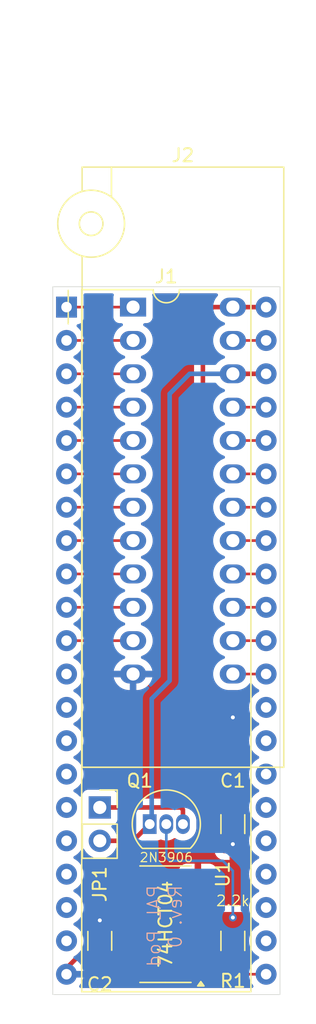
<source format=kicad_pcb>
(kicad_pcb (version 20240108) (generator "pcbnew") (generator_version "8.0")
  (layers (0 "F.Cu" signal) (31 "B.Cu" signal) (34 "B.Paste" user) (35 "F.Paste" user) (36 "B.SilkS" user "B.Silkscreen") (37 "F.SilkS" user "F.Silkscreen") (38 "B.Mask" user) (39 "F.Mask" user) (44 "Edge.Cuts" user))
  (net 0 "")
  (net 1 "GND")
  (net 2 "VCC")
  (net 3 "/ZIF_16")
  (net 4 "/ZIF_36")
  (net 5 "/ZIF_38")
  (net 6 "/ZIF_7")
  (net 7 "/ZIF_29")
  (net 8 "/ZIF_4")
  (net 9 "/ZIF_41")
  (net 10 "/ZIF_2")
  (net 11 "/ZIF_1")
  (net 12 "/ZIF_32")
  (net 13 "/ZIF_25")
  (net 14 "/ZIF_27")
  (net 15 "/ZIF_33")
  (net 16 "/ZIF_24")
  (net 17 "/ZIF_39")
  (net 18 "/ZIF_17")
  (net 19 "/ZIF_37")
  (net 20 "/ZIF_11")
  (net 21 "/ZIF_18")
  (net 22 "/ZIF_28")
  (net 23 "/ZIF_15")
  (net 24 "/ZIF_31")
  (net 25 "/ZIF_23")
  (net 26 "/ZIF_30")
  (net 27 "/ZIF_6")
  (net 28 "/ZIF_34")
  (net 29 "/ZIF_14")
  (net 30 "/ZIF_40")
  (net 31 "/ZIF_35")
  (net 32 "/ZIF_19")
  (net 33 "/ZIF_5")
  (net 34 "/ZIF_12")
  (net 35 "/ZIF_9")
  (net 36 "/ZIF_26")
  (net 37 "/ZIF_20")
  (net 38 "/ZIF_8")
  (net 39 "/ZIF_10")
  (net 40 "/ZIF_22")
  (net 41 "/ZIF_3")
  (net 42 "/ZIF_13")
  (net 43 "Net-(Q1-B)")
  (net 44 "Net-(R1-Pad1)")
  (footprint "Resistor_SMD:R_1206_3216Metric_Pad1.30x1.75mm_HandSolder" (layer "F.Cu") (at 128.27 96.52 90)
    (property "Reference" "R1" (at -3.048 0 180) (layer "F.SilkS"))
    (property "Value" "2.2k" (at 3.048 0 180) (layer "F.SilkS") (effects (font (size 0.8 0.8) (thickness 0.1))))
    (fp_line (start -0.727064 -0.91) (end 0.727064 -0.91) (stroke (width 0.12)) (layer "F.SilkS"))
    (fp_line (start -0.727064 0.91) (end 0.727064 0.91) (stroke (width 0.12)) (layer "F.SilkS"))
    (pad "1" smd roundrect (at -1.55 0 90) (size 1.3 1.75) (layers "F.Cu" "F.Paste" "F.Mask") (roundrect_rratio 0.192308) (net 44 "Net-(R1-Pad1)"))
    (pad "2" smd roundrect (at 1.55 0 90) (size 1.3 1.75) (layers "F.Cu" "F.Paste" "F.Mask") (roundrect_rratio 0.192308) (net 43 "Net-(Q1-B)"))
  )
  (footprint "Package_DIP:DIP-42_W15.24mm" (layer "F.Cu") (at 115.57 48.26)
    (property "Reference" "J1" (at 7.62 -2.33 0) (layer "F.SilkS"))
    (property "Value" "dupico")
    (fp_line (start 1.16 -1.33) (end 1.16 52.13) (stroke (width 0.12)) (layer "F.SilkS"))
    (fp_line (start 1.16 52.13) (end 14.08 52.13) (stroke (width 0.12)) (layer "F.SilkS"))
    (fp_line (start 6.62 -1.33) (end 1.16 -1.33) (stroke (width 0.12)) (layer "F.SilkS"))
    (fp_line (start 14.08 -1.33) (end 8.62 -1.33) (stroke (width 0.12)) (layer "F.SilkS"))
    (fp_line (start 14.08 52.13) (end 14.08 -1.33) (stroke (width 0.12)) (layer "F.SilkS"))
    (fp_arc (start 8.62 -1.33) (mid 7.62 -0.33) (end 6.62 -1.33) (stroke (width 0.12)) (layer "F.SilkS"))
    (pad "1" thru_hole rect (at 0 0) (size 1.6 1.6) (drill 0.8) (layers "*.Cu" "*.Mask") (net 11 "/ZIF_1"))
    (pad "2" thru_hole oval (at 0 2.54) (size 1.6 1.6) (drill 0.8) (layers "*.Cu" "*.Mask") (net 10 "/ZIF_2"))
    (pad "3" thru_hole oval (at 0 5.08) (size 1.6 1.6) (drill 0.8) (layers "*.Cu" "*.Mask") (net 41 "/ZIF_3"))
    (pad "4" thru_hole oval (at 0 7.62) (size 1.6 1.6) (drill 0.8) (layers "*.Cu" "*.Mask") (net 8 "/ZIF_4"))
    (pad "5" thru_hole oval (at 0 10.16) (size 1.6 1.6) (drill 0.8) (layers "*.Cu" "*.Mask") (net 33 "/ZIF_5"))
    (pad "6" thru_hole oval (at 0 12.7) (size 1.6 1.6) (drill 0.8) (layers "*.Cu" "*.Mask") (net 27 "/ZIF_6"))
    (pad "7" thru_hole oval (at 0 15.24) (size 1.6 1.6) (drill 0.8) (layers "*.Cu" "*.Mask") (net 6 "/ZIF_7"))
    (pad "8" thru_hole oval (at 0 17.78) (size 1.6 1.6) (drill 0.8) (layers "*.Cu" "*.Mask") (net 38 "/ZIF_8"))
    (pad "9" thru_hole oval (at 0 20.32) (size 1.6 1.6) (drill 0.8) (layers "*.Cu" "*.Mask") (net 35 "/ZIF_9"))
    (pad "10" thru_hole oval (at 0 22.86) (size 1.6 1.6) (drill 0.8) (layers "*.Cu" "*.Mask") (net 39 "/ZIF_10"))
    (pad "11" thru_hole oval (at 0 25.4) (size 1.6 1.6) (drill 0.8) (layers "*.Cu" "*.Mask") (net 20 "/ZIF_11"))
    (pad "12" thru_hole oval (at 0 27.94) (size 1.6 1.6) (drill 0.8) (layers "*.Cu" "*.Mask") (net 34 "/ZIF_12"))
    (pad "13" thru_hole oval (at 0 30.48) (size 1.6 1.6) (drill 0.8) (layers "*.Cu" "*.Mask") (net 42 "/ZIF_13"))
    (pad "14" thru_hole oval (at 0 33.02) (size 1.6 1.6) (drill 0.8) (layers "*.Cu" "*.Mask") (net 29 "/ZIF_14"))
    (pad "15" thru_hole oval (at 0 35.56) (size 1.6 1.6) (drill 0.8) (layers "*.Cu" "*.Mask") (net 23 "/ZIF_15"))
    (pad "16" thru_hole oval (at 0 38.1) (size 1.6 1.6) (drill 0.8) (layers "*.Cu" "*.Mask") (net 3 "/ZIF_16"))
    (pad "17" thru_hole oval (at 0 40.64) (size 1.6 1.6) (drill 0.8) (layers "*.Cu" "*.Mask") (net 18 "/ZIF_17"))
    (pad "18" thru_hole oval (at 0 43.18) (size 1.6 1.6) (drill 0.8) (layers "*.Cu" "*.Mask") (net 21 "/ZIF_18"))
    (pad "19" thru_hole oval (at 0 45.72) (size 1.6 1.6) (drill 0.8) (layers "*.Cu" "*.Mask") (net 32 "/ZIF_19"))
    (pad "20" thru_hole oval (at 0 48.26) (size 1.6 1.6) (drill 0.8) (layers "*.Cu" "*.Mask") (net 37 "/ZIF_20"))
    (pad "21" thru_hole oval (at 0 50.8) (size 1.6 1.6) (drill 0.8) (layers "*.Cu" "*.Mask") (net 1 "GND"))
    (pad "22" thru_hole oval (at 15.24 50.8) (size 1.6 1.6) (drill 0.8) (layers "*.Cu" "*.Mask") (net 40 "/ZIF_22"))
    (pad "23" thru_hole oval (at 15.24 48.26) (size 1.6 1.6) (drill 0.8) (layers "*.Cu" "*.Mask") (net 25 "/ZIF_23"))
    (pad "24" thru_hole oval (at 15.24 45.72) (size 1.6 1.6) (drill 0.8) (layers "*.Cu" "*.Mask") (net 16 "/ZIF_24"))
    (pad "25" thru_hole oval (at 15.24 43.18) (size 1.6 1.6) (drill 0.8) (layers "*.Cu" "*.Mask") (net 13 "/ZIF_25"))
    (pad "26" thru_hole oval (at 15.24 40.64) (size 1.6 1.6) (drill 0.8) (layers "*.Cu" "*.Mask") (net 36 "/ZIF_26"))
    (pad "27" thru_hole oval (at 15.24 38.1) (size 1.6 1.6) (drill 0.8) (layers "*.Cu" "*.Mask") (net 14 "/ZIF_27"))
    (pad "28" thru_hole oval (at 15.24 35.56) (size 1.6 1.6) (drill 0.8) (layers "*.Cu" "*.Mask") (net 22 "/ZIF_28"))
    (pad "29" thru_hole oval (at 15.24 33.02) (size 1.6 1.6) (drill 0.8) (layers "*.Cu" "*.Mask") (net 7 "/ZIF_29"))
    (pad "30" thru_hole oval (at 15.24 30.48) (size 1.6 1.6) (drill 0.8) (layers "*.Cu" "*.Mask") (net 26 "/ZIF_30"))
    (pad "31" thru_hole oval (at 15.24 27.94) (size 1.6 1.6) (drill 0.8) (layers "*.Cu" "*.Mask") (net 24 "/ZIF_31"))
    (pad "32" thru_hole oval (at 15.24 25.4) (size 1.6 1.6) (drill 0.8) (layers "*.Cu" "*.Mask") (net 12 "/ZIF_32"))
    (pad "33" thru_hole oval (at 15.24 22.86) (size 1.6 1.6) (drill 0.8) (layers "*.Cu" "*.Mask") (net 15 "/ZIF_33"))
    (pad "34" thru_hole oval (at 15.24 20.32) (size 1.6 1.6) (drill 0.8) (layers "*.Cu" "*.Mask") (net 28 "/ZIF_34"))
    (pad "35" thru_hole oval (at 15.24 17.78) (size 1.6 1.6) (drill 0.8) (layers "*.Cu" "*.Mask") (net 31 "/ZIF_35"))
    (pad "36" thru_hole oval (at 15.24 15.24) (size 1.6 1.6) (drill 0.8) (layers "*.Cu" "*.Mask") (net 4 "/ZIF_36"))
    (pad "37" thru_hole oval (at 15.24 12.7) (size 1.6 1.6) (drill 0.8) (layers "*.Cu" "*.Mask") (net 19 "/ZIF_37"))
    (pad "38" thru_hole oval (at 15.24 10.16) (size 1.6 1.6) (drill 0.8) (layers "*.Cu" "*.Mask") (net 5 "/ZIF_38"))
    (pad "39" thru_hole oval (at 15.24 7.62) (size 1.6 1.6) (drill 0.8) (layers "*.Cu" "*.Mask") (net 17 "/ZIF_39"))
    (pad "40" thru_hole oval (at 15.24 5.08) (size 1.6 1.6) (drill 0.8) (layers "*.Cu" "*.Mask") (net 30 "/ZIF_40"))
    (pad "41" thru_hole oval (at 15.24 2.54) (size 1.6 1.6) (drill 0.8) (layers "*.Cu" "*.Mask") (net 9 "/ZIF_41"))
    (pad "42" thru_hole oval (at 15.24 0) (size 1.6 1.6) (drill 0.8) (layers "*.Cu" "*.Mask") (net 2 "VCC"))
  )
  (footprint "Socket:DIP_Socket-24_W4.3_W5.08_W7.62_W10.16_W10.9_3M_224-5248-00-0602J" (layer "F.Cu") (at 120.65 48.26)
    (property "Reference" "J2" (at 3.81 -11.56 0) (layer "F.SilkS"))
    (property "Value" "GAL")
    (fp_line (start -4.95 1.27) (end -4.95 -1.27) (stroke (width 0.12)) (layer "F.SilkS"))
    (fp_line (start -3.89 -10.66) (end -3.89 -8.8) (stroke (width 0.12)) (layer "F.SilkS"))
    (fp_line (start -3.89 -3.9) (end -3.89 35.04) (stroke (width 0.12)) (layer "F.SilkS"))
    (fp_line (start -3.89 35.04) (end 11.51 35.04) (stroke (width 0.12)) (layer "F.SilkS"))
    (fp_line (start -1.65 -10.66) (end -1.65 -8.4) (stroke (width 0.12)) (layer "F.SilkS"))
    (fp_line (start 11.51 -10.66) (end -3.89 -10.66) (stroke (width 0.12)) (layer "F.SilkS"))
    (fp_line (start 11.51 35.04) (end 11.51 -10.66) (stroke (width 0.12)) (layer "F.SilkS"))
    (fp_circle (center -3.2 -6.35) (end -2.3 -6.35) (stroke (width 0.12)) (fill none) (layer "F.SilkS"))
    (fp_circle (center -3.2 -6.35) (end -0.65 -6.35) (stroke (width 0.12)) (fill none) (layer "F.SilkS"))
    (pad "1" thru_hole rect (at 0 0) (size 2 1.44) (drill 1) (layers "*.Cu" "*.Mask") (net 11 "/ZIF_1"))
    (pad "2" thru_hole oval (at 0 2.54) (size 2 1.44) (drill 1) (layers "*.Cu" "*.Mask") (net 10 "/ZIF_2"))
    (pad "3" thru_hole oval (at 0 5.08) (size 2 1.44) (drill 1) (layers "*.Cu" "*.Mask") (net 41 "/ZIF_3"))
    (pad "4" thru_hole oval (at 0 7.62) (size 2 1.44) (drill 1) (layers "*.Cu" "*.Mask") (net 8 "/ZIF_4"))
    (pad "5" thru_hole oval (at 0 10.16) (size 2 1.44) (drill 1) (layers "*.Cu" "*.Mask") (net 33 "/ZIF_5"))
    (pad "6" thru_hole oval (at 0 12.7) (size 2 1.44) (drill 1) (layers "*.Cu" "*.Mask") (net 27 "/ZIF_6"))
    (pad "7" thru_hole oval (at 0 15.24) (size 2 1.44) (drill 1) (layers "*.Cu" "*.Mask") (net 6 "/ZIF_7"))
    (pad "8" thru_hole oval (at 0 17.78) (size 2 1.44) (drill 1) (layers "*.Cu" "*.Mask") (net 38 "/ZIF_8"))
    (pad "9" thru_hole oval (at 0 20.32) (size 2 1.44) (drill 1) (layers "*.Cu" "*.Mask") (net 35 "/ZIF_9"))
    (pad "10" thru_hole oval (at 0 22.86) (size 2 1.44) (drill 1) (layers "*.Cu" "*.Mask") (net 39 "/ZIF_10"))
    (pad "11" thru_hole oval (at 0 25.4) (size 2 1.44) (drill 1) (layers "*.Cu" "*.Mask") (net 20 "/ZIF_11"))
    (pad "12" thru_hole oval (at 0 27.94) (size 2 1.44) (drill 1) (layers "*.Cu" "*.Mask") (net 1 "GND"))
    (pad "13" thru_hole oval (at 7.62 27.94) (size 2 1.44) (drill 1) (layers "*.Cu" "*.Mask") (net 24 "/ZIF_31"))
    (pad "14" thru_hole oval (at 7.62 25.4) (size 2 1.44) (drill 1) (layers "*.Cu" "*.Mask") (net 12 "/ZIF_32"))
    (pad "15" thru_hole oval (at 7.62 22.86) (size 2 1.44) (drill 1) (layers "*.Cu" "*.Mask") (net 15 "/ZIF_33"))
    (pad "16" thru_hole oval (at 7.62 20.32) (size 2 1.44) (drill 1) (layers "*.Cu" "*.Mask") (net 28 "/ZIF_34"))
    (pad "17" thru_hole oval (at 7.62 17.78) (size 2 1.44) (drill 1) (layers "*.Cu" "*.Mask") (net 31 "/ZIF_35"))
    (pad "18" thru_hole oval (at 7.62 15.24) (size 2 1.44) (drill 1) (layers "*.Cu" "*.Mask") (net 4 "/ZIF_36"))
    (pad "19" thru_hole oval (at 7.62 12.7) (size 2 1.44) (drill 1) (layers "*.Cu" "*.Mask") (net 19 "/ZIF_37"))
    (pad "20" thru_hole oval (at 7.62 10.16) (size 2 1.44) (drill 1) (layers "*.Cu" "*.Mask") (net 5 "/ZIF_38"))
    (pad "21" thru_hole oval (at 7.62 7.62) (size 2 1.44) (drill 1) (layers "*.Cu" "*.Mask") (net 17 "/ZIF_39"))
    (pad "22" thru_hole oval (at 7.62 5.08) (size 2 1.44) (drill 1) (layers "*.Cu" "*.Mask") (net 30 "/ZIF_40"))
    (pad "23" thru_hole oval (at 7.62 2.54) (size 2 1.44) (drill 1) (layers "*.Cu" "*.Mask") (net 9 "/ZIF_41"))
    (pad "24" thru_hole oval (at 7.62 0) (size 2 1.44) (drill 1) (layers "*.Cu" "*.Mask") (net 2 "VCC"))
  )
  (footprint "Package_TO_SOT_THT:TO-92_Inline" (layer "F.Cu") (at 121.92 87.63)
    (property "Reference" "Q1" (at -0.762 -3.302 0) (layer "F.SilkS"))
    (property "Value" "2N3906" (at 1.27 2.54 0) (layer "F.SilkS") (effects (font (size 0.7 0.7) (thickness 0.09))))
    (fp_line (start -0.53 1.85) (end 3.07 1.85) (stroke (width 0.12)) (layer "F.SilkS"))
    (fp_arc (start -0.568478 1.838478) (mid -1.132087 -0.994977) (end 1.27 -2.6) (stroke (width 0.12)) (layer "F.SilkS"))
    (fp_arc (start 1.27 -2.6) (mid 3.672087 -0.994977) (end 3.108478 1.838478) (stroke (width 0.12)) (layer "F.SilkS"))
    (pad "1" thru_hole rect (at 0 0) (size 1.05 1.5) (drill 0.75) (layers "*.Cu" "*.Mask") (net 30 "/ZIF_40"))
    (pad "2" thru_hole oval (at 1.27 0) (size 1.05 1.5) (drill 0.75) (layers "*.Cu" "*.Mask") (net 43 "Net-(Q1-B)"))
    (pad "3" thru_hole oval (at 2.54 0) (size 1.05 1.5) (drill 0.75) (layers "*.Cu" "*.Mask") (net 2 "VCC"))
  )
  (footprint "Package_SO:SO-14_3.9x8.65mm_P1.27mm" (layer "F.Cu") (at 123.125 95.25 180)
    (property "Reference" "U1" (at -4.383 3.81 90) (layer "F.SilkS"))
    (property "Value" "74HCT04" (at 0 0 90) (layer "F.SilkS"))
    (fp_line (start 0 4.435) (end 1.95 4.435) (stroke (width 0.12)) (layer "F.SilkS"))
    (fp_line (start 0 4.435) (end -1.95 4.435) (stroke (width 0.12)) (layer "F.SilkS"))
    (fp_line (start 0 -4.435) (end 1.95 -4.435) (stroke (width 0.12)) (layer "F.SilkS"))
    (fp_line (start 0 -4.435) (end -1.95 -4.435) (stroke (width 0.12)) (layer "F.SilkS"))
    (fp_poly (pts (xy -2.7 -4.37) (xy -2.94 -4.7) (xy -2.46 -4.7) (xy -2.7 -4.37)) (stroke (width 0.12)) (fill solid) (layer "F.SilkS"))
    (pad "1" smd roundrect (at -2.475 -3.81 180) (size 1.95 0.6) (layers "F.Cu" "F.Paste" "F.Mask") (net 40 "/ZIF_22"))
    (pad "2" smd roundrect (at -2.475 -2.54 180) (size 1.95 0.6) (layers "F.Cu" "F.Paste" "F.Mask") (net 44 "Net-(R1-Pad1)"))
    (pad "3" smd roundrect (at -2.475 -1.27 180) (size 1.95 0.6) (layers "F.Cu" "F.Paste" "F.Mask") (net 1 "GND"))
    (pad "4" smd roundrect (at -2.475 0 180) (size 1.95 0.6) (layers "F.Cu" "F.Paste" "F.Mask"))
    (pad "5" smd roundrect (at -2.475 1.27 180) (size 1.95 0.6) (layers "F.Cu" "F.Paste" "F.Mask") (net 1 "GND"))
    (pad "6" smd roundrect (at -2.475 2.54 180) (size 1.95 0.6) (layers "F.Cu" "F.Paste" "F.Mask"))
    (pad "7" smd roundrect (at -2.475 3.81 180) (size 1.95 0.6) (layers "F.Cu" "F.Paste" "F.Mask") (net 1 "GND"))
    (pad "8" smd roundrect (at 2.475 3.81 180) (size 1.95 0.6) (layers "F.Cu" "F.Paste" "F.Mask"))
    (pad "9" smd roundrect (at 2.475 2.54 180) (size 1.95 0.6) (layers "F.Cu" "F.Paste" "F.Mask") (net 1 "GND"))
    (pad "10" smd roundrect (at 2.475 1.27 180) (size 1.95 0.6) (layers "F.Cu" "F.Paste" "F.Mask"))
    (pad "11" smd roundrect (at 2.475 0 180) (size 1.95 0.6) (layers "F.Cu" "F.Paste" "F.Mask") (net 1 "GND"))
    (pad "12" smd roundrect (at 2.475 -1.27 180) (size 1.95 0.6) (layers "F.Cu" "F.Paste" "F.Mask"))
    (pad "13" smd roundrect (at 2.475 -2.54 180) (size 1.95 0.6) (layers "F.Cu" "F.Paste" "F.Mask") (net 1 "GND"))
    (pad "14" smd roundrect (at 2.475 -3.81 180) (size 1.95 0.6) (layers "F.Cu" "F.Paste" "F.Mask") (net 2 "VCC"))
  )
  (footprint "Capacitor_SMD:C_1206_3216Metric_Pad1.33x1.80mm_HandSolder" (layer "F.Cu") (at 118.11 96.52 90)
    (property "Reference" "C2" (at -3.302 0 180) (layer "F.SilkS"))
    (property "Value" "100nF")
    (fp_line (start -0.711252 -0.91) (end 0.711252 -0.91) (stroke (width 0.12)) (layer "F.SilkS"))
    (fp_line (start -0.711252 0.91) (end 0.711252 0.91) (stroke (width 0.12)) (layer "F.SilkS"))
    (pad "1" smd roundrect (at -1.5625 0 90) (size 1.325 1.8) (layers "F.Cu" "F.Paste" "F.Mask") (roundrect_rratio 0.188679) (net 2 "VCC"))
    (pad "2" smd roundrect (at 1.5625 0 90) (size 1.325 1.8) (layers "F.Cu" "F.Paste" "F.Mask") (roundrect_rratio 0.188679) (net 1 "GND"))
  )
  (footprint "Capacitor_SMD:C_1206_3216Metric_Pad1.33x1.80mm_HandSolder" (layer "F.Cu") (at 128.27 87.63 -90)
    (property "Reference" "C1" (at -3.302 0 180) (layer "F.SilkS"))
    (property "Value" "100nF")
    (fp_line (start -0.711252 0.91) (end 0.711252 0.91) (stroke (width 0.12)) (layer "F.SilkS"))
    (fp_line (start -0.711252 -0.91) (end 0.711252 -0.91) (stroke (width 0.12)) (layer "F.SilkS"))
    (pad "1" smd roundrect (at -1.5625 0 270) (size 1.325 1.8) (layers "F.Cu" "F.Paste" "F.Mask") (roundrect_rratio 0.188679) (net 2 "VCC"))
    (pad "2" smd roundrect (at 1.5625 0 270) (size 1.325 1.8) (layers "F.Cu" "F.Paste" "F.Mask") (roundrect_rratio 0.188679) (net 1 "GND"))
  )
  (footprint "Connector_PinSocket_2.54mm:PinSocket_1x02_P2.54mm_Vertical" (layer "F.Cu") (at 118.11 86.36)
    (property "Reference" "JP1" (at 0 5.842 90) (layer "F.SilkS"))
    (property "Value" "Force VCC")
    (fp_line (start -1.33 1.27) (end -1.33 3.87) (stroke (width 0.12)) (layer "F.SilkS"))
    (fp_line (start -1.33 1.27) (end 1.33 1.27) (stroke (width 0.12)) (layer "F.SilkS"))
    (fp_line (start -1.33 3.87) (end 1.33 3.87) (stroke (width 0.12)) (layer "F.SilkS"))
    (fp_line (start 0 -1.33) (end 1.33 -1.33) (stroke (width 0.12)) (layer "F.SilkS"))
    (fp_line (start 1.33 -1.33) (end 1.33 0) (stroke (width 0.12)) (layer "F.SilkS"))
    (fp_line (start 1.33 1.27) (end 1.33 3.87) (stroke (width 0.12)) (layer "F.SilkS"))
    (pad "1" thru_hole rect (at 0 0) (size 1.7 1.7) (drill 1) (layers "*.Cu" "*.Mask") (net 2 "VCC"))
    (pad "2" thru_hole oval (at 0 2.54) (size 1.7 1.7) (drill 1) (layers "*.Cu" "*.Mask") (net 30 "/ZIF_40"))
  )
  (gr_line (start 114.52 46.71) (end 114.52 100.61) (stroke (width 0.05)) (layer "Edge.Cuts"))
  (gr_line (start 131.87 100.61) (end 114.52 100.61) (stroke (width 0.05)) (layer "Edge.Cuts"))
  (gr_line (start 131.87 100.61) (end 131.87 46.71) (stroke (width 0.05)) (layer "Edge.Cuts"))
  (gr_line (start 114.52 46.71) (end 131.87 46.71) (stroke (width 0.05)) (layer "Edge.Cuts"))
  (gr_text "PAL Pod\nRev. 0" (at 124.46 92.202 90) (layer "B.SilkS") (effects (font (size 1 1) (thickness 0.1)) (justify left bottom mirror)))
  (segment (start 128.27 90.424) (end 127.254 91.44) (width 0.35) (layer "F.Cu") (net 1))
  (segment (start 118.11 94.9575) (end 118.11 96.058478) (width 0.35) (layer "F.Cu") (net 1))
  (segment (start 118.4025 95.25) (end 118.11 94.9575) (width 0.35) (layer "F.Cu") (net 1))
  (segment (start 123.698 92.71) (end 123.698 92.456) (width 0.35) (layer "F.Cu") (net 1))
  (segment (start 123.698 94.742) (end 123.698 93.98) (width 0.35) (layer "F.Cu") (net 1))
  (segment (start 123.19 97.79) (end 123.698 97.282) (width 0.35) (layer "F.Cu") (net 1))
  (segment (start 127.254 91.44) (end 125.6 91.44) (width 0.35) (layer "F.Cu") (net 1))
  (segment (start 120.65 97.79) (end 123.19 97.79) (width 0.35) (layer "F.Cu") (net 1))
  (segment (start 123.698 92.456) (end 124.714 91.44) (width 0.35) (layer "F.Cu") (net 1))
  (segment (start 120.65 95.25) (end 123.698 95.25) (width 0.35) (layer "F.Cu") (net 1))
  (segment (start 123.698 93.98) (end 123.698 92.71) (width 0.35) (layer "F.Cu") (net 1))
  (segment (start 125.6 93.98) (end 123.698 93.98) (width 0.35) (layer "F.Cu") (net 1))
  (segment (start 123.698 97.282) (end 123.698 94.742) (width 0.35) (layer "F.Cu") (net 1))
  (segment (start 120.65 92.71) (end 123.698 92.71) (width 0.35) (layer "F.Cu") (net 1))
  (segment (start 123.698 95.25) (end 123.698 94.742) (width 0.35) (layer "F.Cu") (net 1))
  (segment (start 124.714 91.44) (end 125.6 91.44) (width 0.35) (layer "F.Cu") (net 1))
  (segment (start 124.625001 96.52) (end 123.698 95.592999) (width 0.35) (layer "F.Cu") (net 1))
  (segment (start 115.57 98.598478) (end 115.57 99.06) (width 0.35) (layer "F.Cu") (net 1))
  (segment (start 123.698 95.592999) (end 123.698 95.25) (width 0.35) (layer "F.Cu") (net 1))
  (segment (start 118.11 96.058478) (end 115.57 98.598478) (width 0.35) (layer "F.Cu") (net 1))
  (segment (start 120.65 95.25) (end 118.4025 95.25) (width 0.35) (layer "F.Cu") (net 1))
  (segment (start 128.27 89.154) (end 128.27 90.424) (width 0.35) (layer "F.Cu") (net 1))
  (segment (start 125.6 96.52) (end 124.625001 96.52) (width 0.35) (layer "F.Cu") (net 1))
  (segment (start 128.27 89.1925) (end 128.27 89.154) (width 0.35) (layer "F.Cu") (net 1))
  (via (at 128.27 79.502) (size 0.6) (drill 0.3) (layers "F.Cu" "B.Cu") (net 1))
  (via (at 118.11 94.9575) (size 0.6) (drill 0.3) (layers "F.Cu" "B.Cu") (net 1))
  (via (at 128.27 89.154) (size 0.6) (drill 0.3) (layers "F.Cu" "B.Cu") (net 1))
  (segment (start 128.27 89.154) (end 128.27 79.502) (width 0.35) (layer "B.Cu") (net 1))
  (segment (start 118.618 94.4495) (end 118.11 94.9575) (width 0.35) (layer "B.Cu") (net 1))
  (segment (start 120.65 89.154) (end 118.618 91.186) (width 0.35) (layer "B.Cu") (net 1))
  (segment (start 118.618 91.186) (end 118.618 94.4495) (width 0.35) (layer "B.Cu") (net 1))
  (segment (start 120.65 76.2) (end 120.65 89.154) (width 0.35) (layer "B.Cu") (net 1))
  (segment (start 128.27 48.26) (end 130.81 48.26) (width 0.35) (layer "F.Cu") (net 2))
  (segment (start 125.984 81.026) (end 127.508 82.55) (width 0.35) (layer "F.Cu") (net 2))
  (segment (start 126.746 48.26) (end 125.984 49.022) (width 0.35) (layer "F.Cu") (net 2))
  (segment (start 127.508 82.55) (end 127.508 83.058) (width 0.35) (layer "F.Cu") (net 2))
  (segment (start 118.11 86.36) (end 123.952 86.36) (width 0.35) (layer "F.Cu") (net 2))
  (segment (start 124.2445 86.0675) (end 128.27 86.0675) (width 0.35) (layer "F.Cu") (net 2))
  (segment (start 123.952 86.36) (end 124.29 86.36) (width 0.35) (layer "F.Cu") (net 2))
  (segment (start 118.872 99.06) (end 120.65 99.06) (width 0.35) (layer "F.Cu") (net 2))
  (segment (start 128.27 83.82) (end 128.27 86.0675) (width 0.35) (layer "F.Cu") (net 2))
  (segment (start 123.952 86.36) (end 124.2445 86.0675) (width 0.35) (layer "F.Cu") (net 2))
  (segment (start 124.29 86.36) (end 124.46 86.53) (width 0.35) (layer "F.Cu") (net 2))
  (segment (start 118.11 98.298) (end 118.872 99.06) (width 0.35) (layer "F.Cu") (net 2))
  (segment (start 118.11 98.0825) (end 118.11 98.298) (width 0.35) (layer "F.Cu") (net 2))
  (segment (start 124.46 86.53) (end 124.46 87.63) (width 0.35) (layer "F.Cu") (net 2))
  (segment (start 125.984 49.022) (end 125.984 81.026) (width 0.35) (layer "F.Cu") (net 2))
  (segment (start 127.508 83.058) (end 128.27 83.82) (width 0.35) (layer "F.Cu") (net 2))
  (segment (start 128.27 48.26) (end 126.746 48.26) (width 0.35) (layer "F.Cu") (net 2))
  (segment (start 128.27 63.5) (end 130.81 63.5) (width 0.2) (layer "F.Cu") (net 4))
  (segment (start 128.27 58.42) (end 130.81 58.42) (width 0.2) (layer "F.Cu") (net 5))
  (segment (start 120.65 63.5) (end 115.57 63.5) (width 0.2) (layer "F.Cu") (net 6))
  (segment (start 120.65 55.88) (end 115.57 55.88) (width 0.2) (layer "F.Cu") (net 8))
  (segment (start 128.27 50.8) (end 130.81 50.8) (width 0.2) (layer "F.Cu") (net 9))
  (segment (start 120.65 50.8) (end 115.57 50.8) (width 0.2) (layer "F.Cu") (net 10))
  (segment (start 120.65 48.26) (end 115.57 48.26) (width 0.2) (layer "F.Cu") (net 11))
  (segment (start 128.27 73.66) (end 130.81 73.66) (width 0.2) (layer "F.Cu") (net 12))
  (segment (start 128.27 71.12) (end 130.81 71.12) (width 0.2) (layer "F.Cu") (net 15))
  (segment (start 128.27 55.88) (end 130.81 55.88) (width 0.2) (layer "F.Cu") (net 17))
  (segment (start 128.27 60.96) (end 130.81 60.96) (width 0.2) (layer "F.Cu") (net 19))
  (segment (start 120.65 73.66) (end 115.57 73.66) (width 0.2) (layer "F.Cu") (net 20))
  (segment (start 128.27 76.2) (end 130.81 76.2) (width 0.2) (layer "F.Cu") (net 24))
  (segment (start 120.65 60.96) (end 115.57 60.96) (width 0.2) (layer "F.Cu") (net 27))
  (segment (start 128.27 68.58) (end 130.81 68.58) (width 0.2) (layer "F.Cu") (net 28))
  (segment (start 120.65 88.9) (end 121.92 87.63) (width 0.35) (layer "F.Cu") (net 30))
  (segment (start 118.11 88.9) (end 120.65 88.9) (width 0.35) (layer "F.Cu") (net 30))
  (segment (start 128.27 53.34) (end 130.81 53.34) (width 0.35) (layer "F.Cu") (net 30))
  (segment (start 122.075 78.077) (end 123.444 76.708) (width 0.35) (layer "B.Cu") (net 30))
  (segment (start 124.968 53.34) (end 128.27 53.34) (width 0.35) (layer "B.Cu") (net 30))
  (segment (start 121.92 87.63) (end 122.075 87.475) (width 0.35) (layer "B.Cu") (net 30))
  (segment (start 122.075 87.475) (end 122.075 78.077) (width 0.35) (layer "B.Cu") (net 30))
  (segment (start 123.444 76.708) (end 123.444 54.864) (width 0.35) (layer "B.Cu") (net 30))
  (segment (start 123.444 54.864) (end 124.968 53.34) (width 0.35) (layer "B.Cu") (net 30))
  (segment (start 128.27 66.04) (end 130.81 66.04) (width 0.2) (layer "F.Cu") (net 31))
  (segment (start 120.65 58.42) (end 115.57 58.42) (width 0.2) (layer "F.Cu") (net 33))
  (segment (start 120.65 68.58) (end 115.57 68.58) (width 0.2) (layer "F.Cu") (net 35))
  (segment (start 120.65 66.04) (end 115.57 66.04) (width 0.2) (layer "F.Cu") (net 38))
  (segment (start 120.65 71.12) (end 115.57 71.12) (width 0.2) (layer "F.Cu") (net 39))
  (segment (start 125.6 99.06) (end 130.81 99.06) (width 0.2) (layer "F.Cu") (net 40))
  (segment (start 120.65 53.34) (end 115.57 53.34) (width 0.2) (layer "F.Cu") (net 41))
  (segment (start 128.27 94.97) (end 128.27 94.742) (width 0.2) (layer "F.Cu") (net 43))
  (via (at 128.27 94.742) (size 0.6) (drill 0.3) (layers "F.Cu" "B.Cu") (net 43))
  (segment (start 128.27 94.742) (end 128.27 91.186) (width 0.2) (layer "B.Cu") (net 43))
  (segment (start 123.444 90.424) (end 123.19 90.17) (width 0.2) (layer "B.Cu") (net 43))
  (segment (start 123.19 90.17) (end 123.19 87.63) (width 0.2) (layer "B.Cu") (net 43))
  (segment (start 128.27 91.186) (end 127.508 90.424) (width 0.2) (layer "B.Cu") (net 43))
  (segment (start 127.508 90.424) (end 123.444 90.424) (width 0.2) (layer "B.Cu") (net 43))
  (segment (start 127.534 98.07) (end 127.254 97.79) (width 0.2) (layer "F.Cu") (net 44))
  (segment (start 127.254 97.79) (end 125.6 97.79) (width 0.2) (layer "F.Cu") (net 44))
  (segment (start 128.27 98.07) (end 127.534 98.07) (width 0.2) (layer "F.Cu") (net 44))
  (zone (net 1) (net_name "GND") (layers "F&B.Cu") (connect_pads (clearance 0.5)) (min_thickness 0.25) (fill yes (thermal_gap 0.5) (thermal_bridge_width 0.5))
    (polygon (pts (xy 110.49 43.18) (xy 134.62 43.18) (xy 134.62 102.87) (xy 110.49 102.87)))
  )
)
</source>
